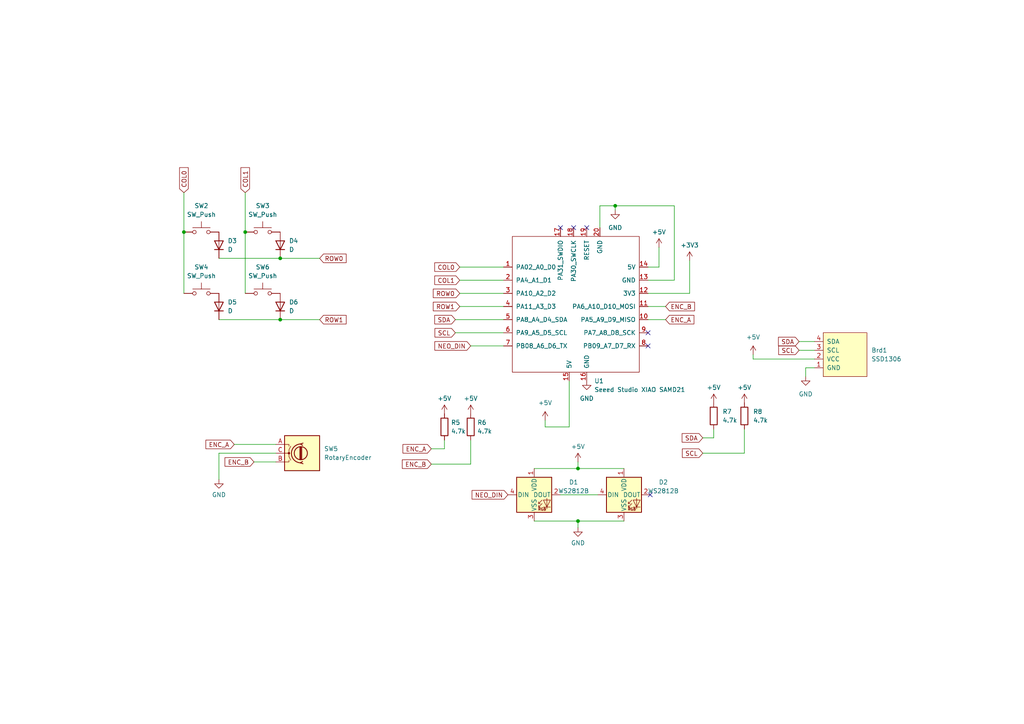
<source format=kicad_sch>
(kicad_sch (version 20230121) (generator eeschema)
  (paper "A4")
  (lib_symbols
    (symbol "Device:D" (pin_numbers hide) (pin_names (offset 1.016) hide)
      (property "Reference" "D" (at 0 2.54 0))
      (property "Value" "D" (at 0 -2.54 0))
      (symbol "D_0_1"
        (polyline (pts (xy -1.27 1.27) (xy -1.27 -1.27)) (stroke (width 0.254)))
        (polyline (pts (xy 1.27 0) (xy -1.27 0)))
        (polyline (pts (xy 1.27 1.27) (xy 1.27 -1.27) (xy -1.27 0) (xy 1.27 1.27)) (stroke (width 0.254)))
      )
      (symbol "D_1_1"
        (pin passive line (at -3.81 0 0) (length 2.54) (name "K") (number "1"))
        (pin passive line (at 3.81 0 180) (length 2.54) (name "A") (number "2"))
      )
    )
    (symbol "Device:R" (pin_numbers hide) (pin_names (offset 0))
      (property "Reference" "R" (at 2.032 0 90))
      (property "Value" "R" (at 0 0 90))
      (symbol "R_0_1"
        (rectangle (start -1.016 -2.54) (end 1.016 2.54) (stroke (width 0.254)))
      )
      (symbol "R_1_1"
        (pin passive line (at 0 3.81 270) (length 1.27) (name "~") (number "1"))
        (pin passive line (at 0 -3.81 90) (length 1.27) (name "~") (number "2"))
      )
    )
    (symbol "Device:RotaryEncoder" (pin_names (offset 0.254) hide)
      (property "Reference" "SW" (at 0 6.604 0))
      (property "Value" "RotaryEncoder" (at 0 -6.604 0))
      (symbol "RotaryEncoder_0_1"
        (rectangle (start -5.08 5.08) (end 5.08 -5.08) (stroke (width 0.254)) (fill (type background)))
        (circle (center -3.81 0) (radius 0.254) (fill (type outline)))
        (circle (center -0.381 0) (radius 1.905) (stroke (width 0.254)))
        (arc (start -0.381 2.667) (mid -3.0988 -0.0635) (end -0.381 -2.794) (stroke (width 0.254)))
        (polyline (pts (xy -0.635 -1.778) (xy -0.635 1.778)) (stroke (width 0.254)))
        (polyline (pts (xy -0.381 -1.778) (xy -0.381 1.778)) (stroke (width 0.254)))
        (polyline (pts (xy -0.127 1.778) (xy -0.127 -1.778)) (stroke (width 0.254)))
        (polyline (pts (xy -5.08 -2.54) (xy -3.81 -2.54) (xy -3.81 -2.032)))
        (polyline (pts (xy -5.08 2.54) (xy -3.81 2.54) (xy -3.81 2.032)))
        (polyline (pts (xy 0.254 -3.048) (xy -0.508 -2.794) (xy 0.127 -2.413)) (stroke (width 0.254)))
        (polyline (pts (xy 0.254 2.921) (xy -0.508 2.667) (xy 0.127 2.286)) (stroke (width 0.254)))
        (polyline (pts (xy -5.08 0) (xy -3.81 0) (xy -3.81 -1.016) (xy -3.302 -2.032)))
        (polyline (pts (xy -4.318 0) (xy -3.81 0) (xy -3.81 1.016) (xy -3.302 2.032)))
      )
      (symbol "RotaryEncoder_1_1"
        (pin passive line (at -7.62 2.54 0) (length 2.54) (name "A") (number "A"))
        (pin passive line (at -7.62 -2.54 0) (length 2.54) (name "B") (number "B"))
        (pin passive line (at -7.62 0 0) (length 2.54) (name "C") (number "C"))
      )
    )
    (symbol "Display_Graphic:SSD1306" (pin_names (offset 1.016))
      (property "Reference" "Brd" (at 0 -3.81 0))
      (property "Value" "SSD1306" (at 0 -1.27 0))
      (symbol "SSD1306_0_1"
        (rectangle (start -6.35 6.35) (end 6.35 -6.35) (fill (type background)))
      )
      (symbol "SSD1306_1_1"
        (pin input line (at -3.81 8.89 270) (length 2.54) (name "GND") (number "1"))
        (pin input line (at -1.27 8.89 270) (length 2.54) (name "VCC") (number "2"))
        (pin input line (at 1.27 8.89 270) (length 2.54) (name "SCL") (number "3"))
        (pin input line (at 3.81 8.89 270) (length 2.54) (name "SDA") (number "4"))
      )
    )
    (symbol "LED:WS2812B" (pin_names (offset 0.254))
      (property "Reference" "D" (at 5.08 5.715 0))
      (property "Value" "WS2812B" (at 1.27 -5.715 0))
      (symbol "WS2812B_0_0"
        (text "RGB" (at 2.286 -4.191 0) (effects (font (size 0.762 0.762))))
      )
      (symbol "WS2812B_0_1"
        (polyline (pts (xy 1.27 -3.556) (xy 1.778 -3.556)))
        (polyline (pts (xy 1.27 -2.54) (xy 1.778 -2.54)))
        (polyline (pts (xy 4.699 -3.556) (xy 2.667 -3.556)))
        (polyline (pts (xy 2.286 -2.54) (xy 1.27 -3.556) (xy 1.27 -3.048)))
        (polyline (pts (xy 2.286 -1.524) (xy 1.27 -2.54) (xy 1.27 -2.032)))
        (polyline (pts (xy 3.683 -1.016) (xy 3.683 -3.556) (xy 3.683 -4.064)))
        (polyline (pts (xy 4.699 -1.524) (xy 2.667 -1.524) (xy 3.683 -3.556) (xy 4.699 -1.524)))
        (rectangle (start 5.08 5.08) (end -5.08 -5.08) (stroke (width 0.254)) (fill (type background)))
      )
      (symbol "WS2812B_1_1"
        (pin power_in line (at 0 7.62 270) (length 2.54) (name "VDD") (number "1"))
        (pin output line (at 7.62 0 180) (length 2.54) (name "DOUT") (number "2"))
        (pin power_in line (at 0 -7.62 90) (length 2.54) (name "VSS") (number "3"))
        (pin input line (at -7.62 0 0) (length 2.54) (name "DIN") (number "4"))
      )
    )
    (symbol "MCU_Module:Seeed Studio XIAO SAMD21" (pin_names (offset 1.016))
      (property "Reference" "U" (at -19.05 22.86 0))
      (property "Value" "Seeed Studio XIAO SAMD21" (at -12.7 21.59 0))
      (symbol "Seeed Studio XIAO SAMD21_0_1"
        (rectangle (start -19.05 20.32) (end 17.78 -19.05))
      )
      (symbol "Seeed Studio XIAO SAMD21_1_1"
        (pin unspecified line (at -21.59 11.43 0) (length 2.54) (name "PA02_A0_D0") (number "1"))
        (pin unspecified line (at 20.32 -3.81 180) (length 2.54) (name "PA5_A9_D9_MISO") (number "10"))
        (pin unspecified line (at 20.32 0 180) (length 2.54) (name "PA6_A10_D10_MOSI") (number "11"))
        (pin unspecified line (at 20.32 3.81 180) (length 2.54) (name "3V3") (number "12"))
        (pin unspecified line (at 20.32 7.62 180) (length 2.54) (name "GND") (number "13"))
        (pin unspecified line (at 20.32 11.43 180) (length 2.54) (name "5V") (number "14"))
        (pin input line (at -2.54 -21.59 90) (length 2.54) (name "5V") (number "15"))
        (pin input line (at 2.54 -21.59 90) (length 2.54) (name "GND") (number "16"))
        (pin input line (at -5.08 22.86 270) (length 2.54) (name "PA31_SWDIO") (number "17"))
        (pin input line (at -1.27 22.86 270) (length 2.54) (name "PA30_SWCLK") (number "18"))
        (pin input line (at 2.54 22.86 270) (length 2.54) (name "RESET") (number "19"))
        (pin unspecified line (at -21.59 7.62 0) (length 2.54) (name "PA4_A1_D1") (number "2"))
        (pin input line (at 6.35 22.86 270) (length 2.54) (name "GND") (number "20"))
        (pin unspecified line (at -21.59 3.81 0) (length 2.54) (name "PA10_A2_D2") (number "3"))
        (pin unspecified line (at -21.59 0 0) (length 2.54) (name "PA11_A3_D3") (number "4"))
        (pin unspecified line (at -21.59 -3.81 0) (length 2.54) (name "PA8_A4_D4_SDA") (number "5"))
        (pin unspecified line (at -21.59 -7.62 0) (length 2.54) (name "PA9_A5_D5_SCL") (number "6"))
        (pin unspecified line (at -21.59 -11.43 0) (length 2.54) (name "PB08_A6_D6_TX") (number "7"))
        (pin unspecified line (at 20.32 -11.43 180) (length 2.54) (name "PB09_A7_D7_RX") (number "8"))
        (pin unspecified line (at 20.32 -7.62 180) (length 2.54) (name "PA7_A8_D8_SCK") (number "9"))
      )
    )
    (symbol "Switch:SW_Push" (pin_numbers hide) (pin_names (offset 1.016) hide)
      (property "Reference" "SW" (at 1.27 2.54 0))
      (property "Value" "SW_Push" (at 0 -1.524 0))
      (symbol "SW_Push_0_1"
        (circle (center -2.032 0) (radius 0.508))
        (polyline (pts (xy 0 1.27) (xy 0 3.048)))
        (polyline (pts (xy 2.54 1.27) (xy -2.54 1.27)))
        (circle (center 2.032 0) (radius 0.508))
        (pin passive line (at -5.08 0 0) (length 2.54) (name "1") (number "1"))
        (pin passive line (at 5.08 0 180) (length 2.54) (name "2") (number "2"))
      )
    )
    (symbol "power:+3V3" (power) (pin_names (offset 0))
      (property "Value" "+3V3" (at 0 3.556 0))
      (symbol "+3V3_0_1"
        (polyline (pts (xy -0.762 1.27) (xy 0 2.54)))
        (polyline (pts (xy 0 0) (xy 0 2.54)))
        (polyline (pts (xy 0 2.54) (xy 0.762 1.27)))
      )
      (symbol "+3V3_1_1"
        (pin power_in line (at 0 0 90) (length 0) hide (name "+3V3") (number "1"))
      )
    )
    (symbol "power:+5V" (power) (pin_names (offset 0))
      (property "Value" "+5V" (at 0 3.556 0))
      (symbol "+5V_0_1"
        (polyline (pts (xy -0.762 1.27) (xy 0 2.54)))
        (polyline (pts (xy 0 0) (xy 0 2.54)))
        (polyline (pts (xy 0 2.54) (xy 0.762 1.27)))
      )
      (symbol "+5V_1_1"
        (pin power_in line (at 0 0 90) (length 0) hide (name "+5V") (number "1"))
      )
    )
    (symbol "power:GND" (power) (pin_names (offset 0))
      (property "Value" "GND" (at 0 -3.81 0))
      (symbol "GND_0_1"
        (polyline (pts (xy 0 0) (xy 0 -1.27) (xy 1.27 -1.27) (xy 0 -2.54) (xy -1.27 -1.27) (xy 0 -1.27)))
      )
      (symbol "GND_1_1"
        (pin power_in line (at 0 0 270) (length 0) hide (name "GND") (number "1"))
      )
    )
  )
  (junction (at 71.12 67.31))
  (junction (at 167.64 135.89))
  (junction (at 81.28 74.93))
  (junction (at 178.435 59.69))
  (junction (at 53.34 67.31))
  (junction (at 167.64 151.13))
  (junction (at 81.28 92.71))
  (no_connect (at 166.37 66.04))
  (no_connect (at 170.18 66.04))
  (no_connect (at 187.96 100.33))
  (no_connect (at 188.595 143.51))
  (no_connect (at 187.96 96.52))
  (no_connect (at 162.56 66.04))
  (wire (pts (xy 53.34 67.31) (xy 53.34 85.09)))
  (wire (pts (xy 63.5 131.445) (xy 63.5 139.065)))
  (wire (pts (xy 187.96 92.71) (xy 193.04 92.71)))
  (wire (pts (xy 81.28 92.71) (xy 92.71 92.71)))
  (wire (pts (xy 187.96 77.47) (xy 191.135 77.47)))
  (wire (pts (xy 195.58 81.28) (xy 195.58 59.69)))
  (wire (pts (xy 191.135 71.755) (xy 191.135 77.47)))
  (wire (pts (xy 73.66 133.985) (xy 80.01 133.985)))
  (wire (pts (xy 167.64 133.985) (xy 167.64 135.89)))
  (wire (pts (xy 231.775 101.6) (xy 236.22 101.6)))
  (wire (pts (xy 173.99 59.69) (xy 178.435 59.69)))
  (wire (pts (xy 63.5 74.93) (xy 81.28 74.93)))
  (wire (pts (xy 63.5 92.71) (xy 81.28 92.71)))
  (wire (pts (xy 173.99 66.04) (xy 173.99 59.69)))
  (wire (pts (xy 158.115 121.92) (xy 158.115 123.825)))
  (wire (pts (xy 231.775 99.06) (xy 236.22 99.06)))
  (wire (pts (xy 80.01 131.445) (xy 63.5 131.445)))
  (wire (pts (xy 236.22 106.68) (xy 233.68 106.68)))
  (wire (pts (xy 67.945 128.905) (xy 80.01 128.905)))
  (wire (pts (xy 207.01 127) (xy 203.835 127)))
  (wire (pts (xy 132.08 96.52) (xy 146.05 96.52)))
  (wire (pts (xy 236.22 104.14) (xy 218.44 104.14)))
  (wire (pts (xy 187.96 85.09) (xy 200.025 85.09)))
  (wire (pts (xy 154.94 135.89) (xy 167.64 135.89)))
  (wire (pts (xy 165.1 110.49) (xy 165.1 123.825)))
  (wire (pts (xy 128.905 130.175) (xy 125.095 130.175)))
  (wire (pts (xy 215.9 124.46) (xy 215.9 131.445)))
  (wire (pts (xy 218.44 104.14) (xy 218.44 102.87)))
  (wire (pts (xy 200.025 75.565) (xy 200.025 85.09)))
  (wire (pts (xy 207.01 124.46) (xy 207.01 127)))
  (wire (pts (xy 187.96 81.28) (xy 195.58 81.28)))
  (wire (pts (xy 136.525 100.33) (xy 146.05 100.33)))
  (wire (pts (xy 133.35 85.09) (xy 146.05 85.09)))
  (wire (pts (xy 154.94 151.13) (xy 167.64 151.13)))
  (wire (pts (xy 136.525 134.62) (xy 136.525 127.635)))
  (wire (pts (xy 71.12 67.31) (xy 71.12 85.09)))
  (wire (pts (xy 132.08 92.71) (xy 146.05 92.71)))
  (wire (pts (xy 167.64 151.13) (xy 180.975 151.13)))
  (wire (pts (xy 71.12 55.88) (xy 71.12 67.31)))
  (wire (pts (xy 125.095 134.62) (xy 136.525 134.62)))
  (wire (pts (xy 178.435 59.69) (xy 195.58 59.69)))
  (wire (pts (xy 133.35 77.47) (xy 146.05 77.47)))
  (wire (pts (xy 233.68 106.68) (xy 233.68 109.22)))
  (wire (pts (xy 178.435 59.69) (xy 178.435 60.96)))
  (wire (pts (xy 167.64 135.89) (xy 180.975 135.89)))
  (wire (pts (xy 133.35 88.9) (xy 146.05 88.9)))
  (wire (pts (xy 167.64 151.13) (xy 167.64 153.035)))
  (wire (pts (xy 162.56 143.51) (xy 173.355 143.51)))
  (wire (pts (xy 133.35 81.28) (xy 146.05 81.28)))
  (wire (pts (xy 203.835 131.445) (xy 215.9 131.445)))
  (wire (pts (xy 53.34 55.88) (xy 53.34 67.31)))
  (wire (pts (xy 81.28 74.93) (xy 92.71 74.93)))
  (wire (pts (xy 128.905 127.635) (xy 128.905 130.175)))
  (wire (pts (xy 165.1 123.825) (xy 158.115 123.825)))
  (wire (pts (xy 187.96 88.9) (xy 193.04 88.9)))
  (global_label "ENC_A" (shape input) (at 193.04 92.71 0) (property "Intersheetrefs" "${INTERSHEET_REFS}" (effects hide)))
  (global_label "ROW1" (shape input) (at 133.35 88.9 180) (property "Intersheetrefs" "${INTERSHEET_REFS}" (effects hide)))
  (global_label "ENC_B" (shape input) (at 73.66 133.985 180) (property "Intersheetrefs" "${INTERSHEET_REFS}" (effects hide)))
  (global_label "SDA" (shape input) (at 203.835 127 180) (property "Intersheetrefs" "${INTERSHEET_REFS}" (effects hide)))
  (global_label "ROW1" (shape input) (at 92.71 92.71 0) (property "Intersheetrefs" "${INTERSHEET_REFS}" (effects hide)))
  (global_label "NEO_DIN" (shape input) (at 136.525 100.33 180) (property "Intersheetrefs" "${INTERSHEET_REFS}" (effects hide)))
  (global_label "SDA" (shape input) (at 132.08 92.71 180) (property "Intersheetrefs" "${INTERSHEET_REFS}" (effects hide)))
  (global_label "ENC_B" (shape input) (at 125.095 134.62 180) (property "Intersheetrefs" "${INTERSHEET_REFS}" (effects hide)))
  (global_label "COL1" (shape input) (at 71.12 55.88 90) (property "Intersheetrefs" "${INTERSHEET_REFS}" (effects hide)))
  (global_label "ENC_A" (shape input) (at 67.945 128.905 180) (property "Intersheetrefs" "${INTERSHEET_REFS}" (effects hide)))
  (global_label "COL0" (shape input) (at 133.35 77.47 180) (property "Intersheetrefs" "${INTERSHEET_REFS}" (effects hide)))
  (global_label "ENC_A" (shape input) (at 125.095 130.175 180) (property "Intersheetrefs" "${INTERSHEET_REFS}" (effects hide)))
  (global_label "NEO_DIN" (shape input) (at 147.32 143.51 180) (property "Intersheetrefs" "${INTERSHEET_REFS}" (effects hide)))
  (global_label "COL0" (shape input) (at 53.34 55.88 90) (property "Intersheetrefs" "${INTERSHEET_REFS}" (effects hide)))
  (global_label "ENC_B" (shape input) (at 193.04 88.9 0) (property "Intersheetrefs" "${INTERSHEET_REFS}" (effects hide)))
  (global_label "SCL" (shape input) (at 132.08 96.52 180) (property "Intersheetrefs" "${INTERSHEET_REFS}" (effects hide)))
  (global_label "SDA" (shape input) (at 231.775 99.06 180) (property "Intersheetrefs" "${INTERSHEET_REFS}" (effects hide)))
  (global_label "SCL" (shape input) (at 203.835 131.445 180) (property "Intersheetrefs" "${INTERSHEET_REFS}" (effects hide)))
  (global_label "SCL" (shape input) (at 231.775 101.6 180) (property "Intersheetrefs" "${INTERSHEET_REFS}" (effects hide)))
  (global_label "ROW0" (shape input) (at 92.71 74.93 0) (property "Intersheetrefs" "${INTERSHEET_REFS}" (effects hide)))
  (global_label "COL1" (shape input) (at 133.35 81.28 180) (property "Intersheetrefs" "${INTERSHEET_REFS}" (effects hide)))
  (global_label "ROW0" (shape input) (at 133.35 85.09 180) (property "Intersheetrefs" "${INTERSHEET_REFS}" (effects hide)))
  (symbol (lib_id "Switch:SW_Push") (at 76.2 85.09 0) (unit 1)
    (property "Reference" "SW6" (at 76.2 77.47 0))
    (property "Value" "SW_Push" (at 76.2 80.01 0))
    (property "Footprint" "Button_Switch_Keyboard:SW_Cherry_MX_1.00u_PCB" (effects hide))
  )
  (symbol (lib_id "Switch:SW_Push") (at 58.42 85.09 0) (unit 1)
    (property "Reference" "SW4" (at 58.42 77.47 0))
    (property "Value" "SW_Push" (at 58.42 80.01 0))
    (property "Footprint" "Button_Switch_Keyboard:SW_Cherry_MX_1.00u_PCB" (effects hide))
  )
  (symbol (lib_id "power:+5V") (at 167.64 133.985 0) (unit 1)
    (property "Reference" "#PWR021" (effects hide))
    (property "Value" "+5V" (at 167.64 129.54 0))
  )
  (symbol (lib_id "power:GND") (at 170.18 110.49 0) (unit 1)
    (property "Reference" "#PWR02" (effects hide))
    (property "Value" "GND" (at 170.18 115.57 0))
  )
  (symbol (lib_id "Device:D") (at 81.28 71.12 90) (unit 1)
    (property "Reference" "D4" (at 83.82 69.85 90) (effects (justify right)))
    (property "Value" "D" (at 83.82 72.39 90) (effects (justify right)))
    (property "Footprint" "Diode_THT:D_DO-35_SOD27_P7.62mm_Horizontal" (effects hide))
    (property "Sim.Device" "D" (effects hide))
    (property "Sim.Pins" "1=K 2=A" (effects hide))
  )
  (symbol (lib_id "power:GND") (at 167.64 153.035 0) (unit 1)
    (property "Reference" "#PWR020" (effects hide))
    (property "Value" "GND" (at 167.64 157.48 0))
  )
  (symbol (lib_id "Device:R") (at 207.01 120.65 0) (unit 1)
    (property "Reference" "R7" (at 209.55 119.38 0) (effects (justify left)))
    (property "Value" "4.7k" (at 209.55 121.92 0) (effects (justify left)))
    (property "Footprint" "Resistor_THT:CF14JT4K70" (effects hide))
  )
  (symbol (lib_id "Device:RotaryEncoder") (at 87.63 131.445 0) (unit 1)
    (property "Reference" "SW5" (at 93.98 130.175 0) (effects (justify left)))
    (property "Value" "RotaryEncoder" (at 93.98 132.715 0) (effects (justify left)))
    (property "Footprint" "Rotary_Encoder:RotaryEncoder_Alps_EC11E-Switch_Vertical_H20mm" (effects hide))
  )
  (symbol (lib_id "power:+5V") (at 215.9 116.84 0) (unit 1)
    (property "Reference" "#PWR016" (effects hide))
    (property "Value" "+5V" (at 215.9 112.395 0))
  )
  (symbol (lib_id "Device:R") (at 136.525 123.825 0) (unit 1)
    (property "Reference" "R6" (at 138.43 122.555 0) (effects (justify left)))
    (property "Value" "4.7k" (at 138.43 125.095 0) (effects (justify left)))
    (property "Footprint" "Resistor_THT:CF14JT4K70" (effects hide))
  )
  (symbol (lib_id "Device:D") (at 63.5 88.9 90) (unit 1)
    (property "Reference" "D5" (at 66.04 87.63 90) (effects (justify right)))
    (property "Value" "D" (at 66.04 90.17 90) (effects (justify right)))
    (property "Footprint" "Diode_THT:D_DO-35_SOD27_P7.62mm_Horizontal" (effects hide))
    (property "Sim.Device" "D" (effects hide))
    (property "Sim.Pins" "1=K 2=A" (effects hide))
  )
  (symbol (lib_id "power:+5V") (at 136.525 120.015 0) (unit 1)
    (property "Reference" "#PWR012" (effects hide))
    (property "Value" "+5V" (at 136.525 115.57 0))
  )
  (symbol (lib_id "Device:D") (at 81.28 88.9 90) (unit 1)
    (property "Reference" "D6" (at 83.82 87.63 90) (effects (justify right)))
    (property "Value" "D" (at 83.82 90.17 90) (effects (justify right)))
    (property "Footprint" "Diode_THT:D_DO-35_SOD27_P7.62mm_Horizontal" (effects hide))
    (property "Sim.Device" "D" (effects hide))
    (property "Sim.Pins" "1=K 2=A" (effects hide))
  )
  (symbol (lib_id "power:+5V") (at 218.44 102.87 0) (unit 1)
    (property "Reference" "#PWR014" (effects hide))
    (property "Value" "+5V" (at 218.44 97.79 0))
  )
  (symbol (lib_id "power:GND") (at 178.435 60.96 0) (unit 1)
    (property "Reference" "#PWR03" (effects hide))
    (property "Value" "GND" (at 178.435 66.04 0))
  )
  (symbol (lib_id "power:+5V") (at 128.905 120.015 0) (unit 1)
    (property "Reference" "#PWR011" (effects hide))
    (property "Value" "+5V" (at 128.905 115.57 0))
  )
  (symbol (lib_id "power:+5V") (at 191.135 71.755 0) (unit 1)
    (property "Reference" "#PWR04" (effects hide))
    (property "Value" "+5V" (at 191.135 67.31 0))
  )
  (symbol (lib_id "Switch:SW_Push") (at 58.42 67.31 0) (unit 1)
    (property "Reference" "SW2" (at 58.42 59.69 0))
    (property "Value" "SW_Push" (at 58.42 62.23 0))
    (property "Footprint" "Button_Switch_Keyboard:SW_Cherry_MX_1.00u_PCB" (effects hide))
  )
  (symbol (lib_id "LED:WS2812B") (at 154.94 143.51 0) (unit 1)
    (property "Reference" "D1" (at 166.37 139.8621 0))
    (property "Value" "WS2812B" (at 166.37 142.4021 0))
    (property "Footprint" "LED_SMD:LED_WS2812B_PLCC4_5.0x5.0mm_P3.2mm" (effects hide))
    (property "Datasheet" "https://cdn-shop.adafruit.com/datasheets/WS2812B.pdf" (effects hide))
  )
  (symbol (lib_id "Display_Graphic:SSD1306") (at 245.11 102.87 90) (unit 1)
    (property "Reference" "Brd1" (at 252.73 101.6 90) (effects (justify right)))
    (property "Value" "SSD1306" (at 252.73 104.14 90) (effects (justify right)))
    (property "Footprint" "Display:SSD1306_128x64" (effects hide))
  )
  (symbol (lib_id "power:GND") (at 63.5 139.065 0) (unit 1)
    (property "Reference" "#PWR010" (effects hide))
    (property "Value" "GND" (at 63.5 143.51 0))
  )
  (symbol (lib_id "Switch:SW_Push") (at 76.2 67.31 0) (unit 1)
    (property "Reference" "SW3" (at 76.2 59.69 0))
    (property "Value" "SW_Push" (at 76.2 62.23 0))
    (property "Footprint" "Button_Switch_Keyboard:SW_Cherry_MX_1.00u_PCB" (effects hide))
  )
  (symbol (lib_id "power:GND") (at 233.68 109.22 0) (unit 1)
    (property "Reference" "#PWR013" (effects hide))
    (property "Value" "GND" (at 233.68 114.3 0))
  )
  (symbol (lib_id "power:+3V3") (at 200.025 75.565 0) (unit 1)
    (property "Reference" "#PWR05" (effects hide))
    (property "Value" "+3V3" (at 200.025 71.12 0))
  )
  (symbol (lib_id "MCU_Module:Seeed Studio XIAO SAMD21") (at 167.64 88.9 0) (unit 1)
    (property "Reference" "U1" (at 172.3741 110.49 0) (effects (justify left)))
    (property "Value" "Seeed Studio XIAO SAMD21" (at 172.3741 113.03 0) (effects (justify left)))
    (property "Footprint" "RF:XIAO-SAMD21-RP2040-14P-2.54-21X17.8MM (Seeeduino XIAO)" (effects hide))
  )
  (symbol (lib_id "LED:WS2812B") (at 180.975 143.51 0) (unit 1)
    (property "Reference" "D2" (at 192.405 139.8621 0))
    (property "Value" "WS2812B" (at 192.405 142.4021 0))
    (property "Footprint" "LED_SMD:LED_WS2812B_PLCC4_5.0x5.0mm_P3.2mm" (effects hide))
    (property "Datasheet" "https://cdn-shop.adafruit.com/datasheets/WS2812B.pdf" (effects hide))
  )
  (symbol (lib_id "Device:R") (at 215.9 120.65 0) (unit 1)
    (property "Reference" "R8" (at 218.44 119.38 0) (effects (justify left)))
    (property "Value" "4.7k" (at 218.44 121.92 0) (effects (justify left)))
    (property "Footprint" "Resistor_THT:CF14JT4K70" (effects hide))
  )
  (symbol (lib_id "Device:R") (at 128.905 123.825 0) (unit 1)
    (property "Reference" "R5" (at 130.81 122.555 0) (effects (justify left)))
    (property "Value" "4.7k" (at 130.81 125.095 0) (effects (justify left)))
    (property "Footprint" "Resistor_THT:CF14JT4K70" (effects hide))
  )
  (symbol (lib_id "power:+5V") (at 158.115 121.92 0) (unit 1)
    (property "Reference" "#PWR01" (effects hide))
    (property "Value" "+5V" (at 158.115 116.84 0))
  )
  (symbol (lib_id "Device:D") (at 63.5 71.12 90) (unit 1)
    (property "Reference" "D3" (at 66.04 69.85 90) (effects (justify right)))
    (property "Value" "D" (at 66.04 72.39 90) (effects (justify right)))
    (property "Footprint" "Diode_THT:D_DO-35_SOD27_P7.62mm_Horizontal" (effects hide))
    (property "Sim.Device" "D" (effects hide))
    (property "Sim.Pins" "1=K 2=A" (effects hide))
  )
  (symbol (lib_id "power:+5V") (at 207.01 116.84 0) (unit 1)
    (property "Reference" "#PWR015" (effects hide))
    (property "Value" "+5V" (at 207.01 112.395 0))
  )
)
</source>
